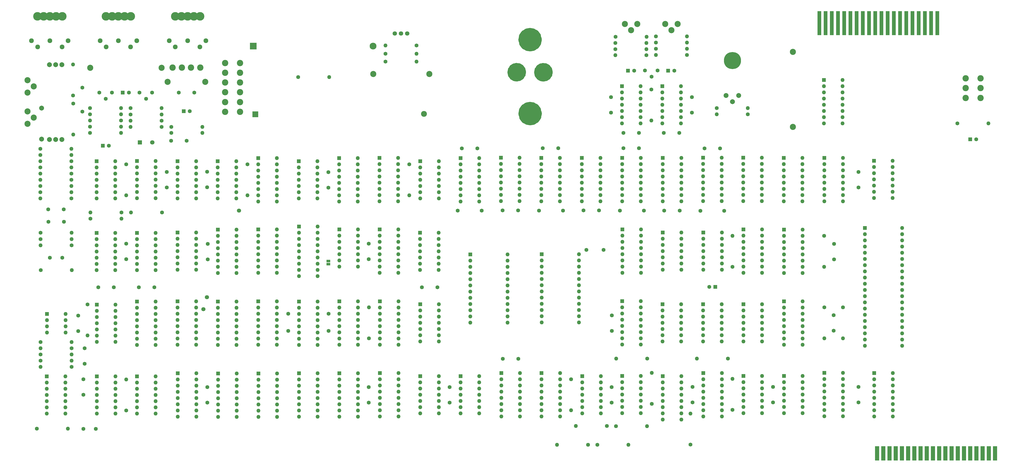
<source format=gbr>
%TF.GenerationSoftware,KiCad,Pcbnew,7.0.7*%
%TF.CreationDate,2023-12-29T15:53:43+00:00*%
%TF.ProjectId,TRS80IUS,54525338-3049-4555-932e-6b696361645f,rev?*%
%TF.SameCoordinates,Original*%
%TF.FileFunction,Soldermask,Top*%
%TF.FilePolarity,Negative*%
%FSLAX46Y46*%
G04 Gerber Fmt 4.6, Leading zero omitted, Abs format (unit mm)*
G04 Created by KiCad (PCBNEW 7.0.7) date 2023-12-29 15:53:43*
%MOMM*%
%LPD*%
G01*
G04 APERTURE LIST*
G04 Aperture macros list*
%AMFreePoly0*
4,1,45,1.815063,0.845106,1.830902,0.845106,1.843715,0.835796,1.858779,0.830902,1.868088,0.818088,1.880902,0.808779,1.885796,0.793715,1.895106,0.780902,1.895106,0.765062,1.900000,0.750000,1.900000,-0.750000,1.895106,-0.765062,1.895106,-0.780902,1.885796,-0.793715,1.880902,-0.808779,1.868088,-0.818088,1.858779,-0.830902,1.843715,-0.835796,1.830902,-0.845106,1.815063,-0.845106,
1.800000,-0.850000,-3.880000,-0.850000,-3.895063,-0.845106,-3.910902,-0.845106,-3.923715,-0.835796,-3.938779,-0.830902,-3.948088,-0.818088,-3.960902,-0.808779,-3.965796,-0.793715,-3.975106,-0.780902,-3.975106,-0.765062,-3.980000,-0.750000,-3.980000,0.750000,-3.975106,0.765062,-3.975106,0.780902,-3.965796,0.793715,-3.960902,0.808779,-3.948088,0.818088,-3.938779,0.830902,-3.923715,0.835796,
-3.910902,0.845106,-3.895063,0.845106,-3.880000,0.850000,1.800000,0.850000,1.815063,0.845106,1.815063,0.845106,$1*%
G04 Aperture macros list end*
%ADD10C,3.815000*%
%ADD11C,4.785000*%
%ADD12C,1.600000*%
%ADD13R,1.600000X1.600000*%
%ADD14O,1.600000X1.600000*%
%ADD15C,2.000000*%
%ADD16FreePoly0,90.000000*%
%ADD17C,1.700000*%
%ADD18C,2.500000*%
%ADD19C,2.800000*%
%ADD20C,6.350000*%
%ADD21C,1.950000*%
%ADD22C,3.500000*%
%ADD23C,7.000000*%
%ADD24C,2.600000*%
%ADD25R,1.800000X1.800000*%
%ADD26C,1.800000*%
%ADD27R,2.800000X2.800000*%
%ADD28O,2.800000X2.800000*%
%ADD29R,1.625600X9.906000*%
%ADD30R,2.400000X2.400000*%
%ADD31O,2.400000X2.400000*%
%ADD32R,1.500000X1.000000*%
G04 APERTURE END LIST*
D10*
X304287500Y-109150000D02*
G75*
G03*
X304287500Y-109150000I-1907500J0D01*
G01*
D11*
X310252500Y-126100000D02*
G75*
G03*
X310252500Y-126100000I-2392500J0D01*
G01*
X310232500Y-95820000D02*
G75*
G03*
X310232500Y-95820000I-2392500J0D01*
G01*
D10*
X315207500Y-109170000D02*
G75*
G03*
X315207500Y-109170000I-1907500J0D01*
G01*
D12*
%TO.C,C49*%
X296690000Y-226520000D03*
X303040000Y-226520000D03*
%TD*%
D13*
%TO.C,Z51*%
X345550000Y-202940000D03*
D14*
X345550000Y-205480000D03*
X345550000Y-208020000D03*
X345550000Y-210560000D03*
X345550000Y-213100000D03*
X345550000Y-215640000D03*
X345550000Y-218180000D03*
X345550000Y-220720000D03*
X353170000Y-220720000D03*
X353170000Y-218180000D03*
X353170000Y-215640000D03*
X353170000Y-213100000D03*
X353170000Y-210560000D03*
X353170000Y-208020000D03*
X353170000Y-205480000D03*
X353170000Y-202940000D03*
%TD*%
D12*
%TO.C,C3*%
X170400000Y-117523270D03*
X164050000Y-117523270D03*
%TD*%
D13*
%TO.C,Z25*%
X147000000Y-174955000D03*
D14*
X147000000Y-177495000D03*
X147000000Y-180035000D03*
X147000000Y-182575000D03*
X147000000Y-185115000D03*
X147000000Y-187655000D03*
X147000000Y-190195000D03*
X154620000Y-190195000D03*
X154620000Y-187655000D03*
X154620000Y-185115000D03*
X154620000Y-182575000D03*
X154620000Y-180035000D03*
X154620000Y-177495000D03*
X154620000Y-174955000D03*
%TD*%
D12*
%TO.C,C36*%
X175906730Y-185790000D03*
X175906730Y-179440000D03*
%TD*%
D13*
%TO.C,Z67*%
X296080000Y-232355000D03*
D14*
X296080000Y-234895000D03*
X296080000Y-237435000D03*
X296080000Y-239975000D03*
X296080000Y-242515000D03*
X296080000Y-245055000D03*
X296080000Y-247595000D03*
X296080000Y-250135000D03*
X303700000Y-250135000D03*
X303700000Y-247595000D03*
X303700000Y-245055000D03*
X303700000Y-242515000D03*
X303700000Y-239975000D03*
X303700000Y-237435000D03*
X303700000Y-234895000D03*
X303700000Y-232355000D03*
%TD*%
D13*
%TO.C,Z19*%
X378610000Y-144210000D03*
D14*
X378610000Y-146750000D03*
X378610000Y-149290000D03*
X378610000Y-151830000D03*
X378610000Y-154370000D03*
X378610000Y-156910000D03*
X378610000Y-159450000D03*
X378610000Y-161990000D03*
X386230000Y-161990000D03*
X386230000Y-159450000D03*
X386230000Y-156910000D03*
X386230000Y-154370000D03*
X386230000Y-151830000D03*
X386230000Y-149290000D03*
X386230000Y-146750000D03*
X386230000Y-144210000D03*
%TD*%
D12*
%TO.C,C34*%
X387306635Y-165913270D03*
X377526635Y-165913270D03*
%TD*%
%TO.C,C30*%
X321316635Y-165813270D03*
X311536635Y-165813270D03*
%TD*%
%TO.C,C28*%
X288026635Y-165823270D03*
X278246635Y-165823270D03*
%TD*%
D13*
%TO.C,Z6*%
X163580000Y-145610000D03*
D14*
X163580000Y-148150000D03*
X163580000Y-150690000D03*
X163580000Y-153230000D03*
X163580000Y-155770000D03*
X163580000Y-158310000D03*
X163580000Y-160850000D03*
X171200000Y-160850000D03*
X171200000Y-158310000D03*
X171200000Y-155770000D03*
X171200000Y-153230000D03*
X171200000Y-150690000D03*
X171200000Y-148150000D03*
X171200000Y-145610000D03*
%TD*%
D13*
%TO.C,Z16*%
X328990000Y-144250000D03*
D14*
X328990000Y-146790000D03*
X328990000Y-149330000D03*
X328990000Y-151870000D03*
X328990000Y-154410000D03*
X328990000Y-156950000D03*
X328990000Y-159490000D03*
X328990000Y-162030000D03*
X336610000Y-162030000D03*
X336610000Y-159490000D03*
X336610000Y-156950000D03*
X336610000Y-154410000D03*
X336610000Y-151870000D03*
X336610000Y-149330000D03*
X336610000Y-146790000D03*
X336610000Y-144250000D03*
%TD*%
D13*
%TO.C,Z62*%
X213320000Y-232460000D03*
D14*
X213320000Y-235000000D03*
X213320000Y-237540000D03*
X213320000Y-240080000D03*
X213320000Y-242620000D03*
X213320000Y-245160000D03*
X213320000Y-247700000D03*
X213320000Y-250240000D03*
X220940000Y-250240000D03*
X220940000Y-247700000D03*
X220940000Y-245160000D03*
X220940000Y-242620000D03*
X220940000Y-240080000D03*
X220940000Y-237540000D03*
X220940000Y-235000000D03*
X220940000Y-232460000D03*
%TD*%
D12*
%TO.C,R43*%
X157220000Y-166630000D03*
D14*
X144520000Y-166630000D03*
%TD*%
D15*
%TO.C,K1*%
X113700000Y-136750000D03*
X116240000Y-136750000D03*
X113700000Y-106060000D03*
X111160000Y-106060000D03*
X111160000Y-136750000D03*
X116240000Y-106060000D03*
%TD*%
D16*
%TO.C,CN3*%
X498070000Y-264270000D03*
X495530000Y-264270000D03*
X492990000Y-264270000D03*
X490450000Y-264270000D03*
X487910000Y-264270000D03*
X485370000Y-264270000D03*
X482830000Y-264270000D03*
X480290000Y-264270000D03*
X477750000Y-264270000D03*
X475210000Y-264270000D03*
X472670000Y-264270000D03*
X470130000Y-264270000D03*
X467590000Y-264270000D03*
X465050000Y-264270000D03*
X462510000Y-264270000D03*
X459970000Y-264270000D03*
X457430000Y-264270000D03*
X454890000Y-264270000D03*
X452350000Y-264270000D03*
X449810000Y-264270000D03*
%TD*%
D12*
%TO.C,R35*%
X120160000Y-150660000D03*
D14*
X107460000Y-150660000D03*
%TD*%
D12*
%TO.C,R45*%
X120220000Y-180030000D03*
D14*
X107520000Y-180030000D03*
%TD*%
D13*
%TO.C,C42*%
X383660000Y-197090000D03*
D12*
X381160000Y-197090000D03*
%TD*%
D13*
%TO.C,Z73*%
X395180000Y-233570000D03*
D14*
X395180000Y-236110000D03*
X395180000Y-238650000D03*
X395180000Y-241190000D03*
X395180000Y-243730000D03*
X395180000Y-246270000D03*
X395180000Y-248810000D03*
X402800000Y-248810000D03*
X402800000Y-246270000D03*
X402800000Y-243730000D03*
X402800000Y-241190000D03*
X402800000Y-238650000D03*
X402800000Y-236110000D03*
X402800000Y-233570000D03*
%TD*%
D12*
%TO.C,C12*%
X340963270Y-119380000D03*
X340963270Y-125730000D03*
%TD*%
D13*
%TO.C,Z33*%
X283345000Y-183755000D03*
D14*
X283345000Y-186295000D03*
X283345000Y-188835000D03*
X283345000Y-191375000D03*
X283345000Y-193915000D03*
X283345000Y-196455000D03*
X283345000Y-198995000D03*
X283345000Y-201535000D03*
X283345000Y-204075000D03*
X283345000Y-206615000D03*
X283345000Y-209155000D03*
X283345000Y-211695000D03*
X298585000Y-211695000D03*
X298585000Y-209155000D03*
X298585000Y-206615000D03*
X298585000Y-204075000D03*
X298585000Y-201535000D03*
X298585000Y-198995000D03*
X298585000Y-196455000D03*
X298585000Y-193915000D03*
X298585000Y-191375000D03*
X298585000Y-188835000D03*
X298585000Y-186295000D03*
X298585000Y-183755000D03*
%TD*%
D12*
%TO.C,C7*%
X167320000Y-137233270D03*
X160970000Y-137233270D03*
%TD*%
D13*
%TO.C,Z31*%
X246340000Y-173580000D03*
D14*
X246340000Y-176120000D03*
X246340000Y-178660000D03*
X246340000Y-181200000D03*
X246340000Y-183740000D03*
X246340000Y-186280000D03*
X246340000Y-188820000D03*
X246340000Y-191360000D03*
X253960000Y-191360000D03*
X253960000Y-188820000D03*
X253960000Y-186280000D03*
X253960000Y-183740000D03*
X253960000Y-181200000D03*
X253960000Y-178660000D03*
X253960000Y-176120000D03*
X253960000Y-173580000D03*
%TD*%
D12*
%TO.C,C41*%
X269940000Y-197263270D03*
X263590000Y-197263270D03*
%TD*%
D17*
%TO.C,J61*%
X188700000Y-165825000D03*
%TD*%
D12*
%TO.C,Q1*%
X131552275Y-117502275D03*
X136702275Y-117502275D03*
X134232275Y-120042275D03*
%TD*%
%TO.C,R41*%
X140610000Y-166590000D03*
D14*
X127910000Y-166590000D03*
%TD*%
D12*
%TO.C,CR9*%
X120790000Y-118715000D03*
D14*
X120790000Y-106015000D03*
%TD*%
D12*
%TO.C,R64*%
X390650000Y-247430000D03*
D14*
X390650000Y-234730000D03*
%TD*%
D13*
%TO.C,Z65*%
X262860000Y-233690000D03*
D14*
X262860000Y-236230000D03*
X262860000Y-238770000D03*
X262860000Y-241310000D03*
X262860000Y-243850000D03*
X262860000Y-246390000D03*
X262860000Y-248930000D03*
X270480000Y-248930000D03*
X270480000Y-246390000D03*
X270480000Y-243850000D03*
X270480000Y-241310000D03*
X270480000Y-238770000D03*
X270480000Y-236230000D03*
X270480000Y-233690000D03*
%TD*%
D13*
%TO.C,Z52*%
X362080000Y-204185000D03*
D14*
X362080000Y-206725000D03*
X362080000Y-209265000D03*
X362080000Y-211805000D03*
X362080000Y-214345000D03*
X362080000Y-216885000D03*
X362080000Y-219425000D03*
X369700000Y-219425000D03*
X369700000Y-216885000D03*
X369700000Y-214345000D03*
X369700000Y-211805000D03*
X369700000Y-209265000D03*
X369700000Y-206725000D03*
X369700000Y-204185000D03*
%TD*%
D12*
%TO.C,C45*%
X225353270Y-208080000D03*
X225353270Y-215080000D03*
%TD*%
D13*
%TO.C,Z22*%
X428220000Y-144250000D03*
D14*
X428220000Y-146790000D03*
X428220000Y-149330000D03*
X428220000Y-151870000D03*
X428220000Y-154410000D03*
X428220000Y-156950000D03*
X428220000Y-159490000D03*
X428220000Y-162030000D03*
X435840000Y-162030000D03*
X435840000Y-159490000D03*
X435840000Y-156950000D03*
X435840000Y-154410000D03*
X435840000Y-151870000D03*
X435840000Y-149330000D03*
X435840000Y-146790000D03*
X435840000Y-144250000D03*
%TD*%
D12*
%TO.C,R62*%
X342970000Y-254120000D03*
D14*
X355670000Y-254120000D03*
%TD*%
D13*
%TO.C,Z26*%
X163590000Y-174860000D03*
D14*
X163590000Y-177400000D03*
X163590000Y-179940000D03*
X163590000Y-182480000D03*
X163590000Y-185020000D03*
X163590000Y-187560000D03*
X163590000Y-190100000D03*
X171210000Y-190100000D03*
X171210000Y-187560000D03*
X171210000Y-185020000D03*
X171210000Y-182480000D03*
X171210000Y-179940000D03*
X171210000Y-177400000D03*
X171210000Y-174860000D03*
%TD*%
D13*
%TO.C,Z24*%
X130480000Y-174980000D03*
D14*
X130480000Y-177520000D03*
X130480000Y-180060000D03*
X130480000Y-182600000D03*
X130480000Y-185140000D03*
X130480000Y-187680000D03*
X130480000Y-190220000D03*
X138100000Y-190220000D03*
X138100000Y-187680000D03*
X138100000Y-185140000D03*
X138100000Y-182600000D03*
X138100000Y-180060000D03*
X138100000Y-177520000D03*
X138100000Y-174980000D03*
%TD*%
D12*
%TO.C,R28*%
X157090000Y-128980000D03*
D14*
X144390000Y-128980000D03*
%TD*%
D12*
%TO.C,R67*%
X126710000Y-204285000D03*
D14*
X126710000Y-216985000D03*
%TD*%
D12*
%TO.C,R25*%
X127735000Y-131460000D03*
D14*
X140435000Y-131460000D03*
%TD*%
D12*
%TO.C,R55*%
X107540000Y-227300000D03*
D14*
X120240000Y-227300000D03*
%TD*%
D13*
%TO.C,Z66*%
X279430000Y-233690000D03*
D14*
X279430000Y-236230000D03*
X279430000Y-238770000D03*
X279430000Y-241310000D03*
X279430000Y-243850000D03*
X279430000Y-246390000D03*
X279430000Y-248930000D03*
X287050000Y-248930000D03*
X287050000Y-246390000D03*
X287050000Y-243850000D03*
X287050000Y-241310000D03*
X287050000Y-238770000D03*
X287050000Y-236230000D03*
X287050000Y-233690000D03*
%TD*%
D12*
%TO.C,R23*%
X127735000Y-126390000D03*
D14*
X140435000Y-126390000D03*
%TD*%
D13*
%TO.C,Z11*%
X246230000Y-144270000D03*
D14*
X246230000Y-146810000D03*
X246230000Y-149350000D03*
X246230000Y-151890000D03*
X246230000Y-154430000D03*
X246230000Y-156970000D03*
X246230000Y-159510000D03*
X246230000Y-162050000D03*
X253850000Y-162050000D03*
X253850000Y-159510000D03*
X253850000Y-156970000D03*
X253850000Y-154430000D03*
X253850000Y-151890000D03*
X253850000Y-149350000D03*
X253850000Y-146810000D03*
X253850000Y-144270000D03*
%TD*%
D12*
%TO.C,R11*%
X359310000Y-94500000D03*
D14*
X372010000Y-94500000D03*
%TD*%
D12*
%TO.C,R31*%
X161020000Y-134050000D03*
D14*
X173720000Y-134050000D03*
%TD*%
D12*
%TO.C,CR7*%
X107525000Y-177490000D03*
D14*
X120225000Y-177490000D03*
%TD*%
D13*
%TO.C,Z10*%
X229740000Y-144350000D03*
D14*
X229740000Y-146890000D03*
X229740000Y-149430000D03*
X229740000Y-151970000D03*
X229740000Y-154510000D03*
X229740000Y-157050000D03*
X229740000Y-159590000D03*
X229740000Y-162130000D03*
X237360000Y-162130000D03*
X237360000Y-159590000D03*
X237360000Y-157050000D03*
X237360000Y-154510000D03*
X237360000Y-151970000D03*
X237360000Y-149430000D03*
X237360000Y-146890000D03*
X237360000Y-144350000D03*
%TD*%
D12*
%TO.C,R66*%
X373490000Y-261690000D03*
D14*
X373490000Y-248990000D03*
%TD*%
D18*
%TO.C,R5*%
X351720000Y-89410000D03*
X349180000Y-91950000D03*
X346640000Y-89410000D03*
%TD*%
D19*
%TO.C,Q4*%
X313299999Y-109170001D03*
X302379999Y-109170001D03*
D20*
X307849999Y-95870001D03*
X307849999Y-126070001D03*
%TD*%
D13*
%TO.C,Z7*%
X180040000Y-145605000D03*
D14*
X180040000Y-148145000D03*
X180040000Y-150685000D03*
X180040000Y-153225000D03*
X180040000Y-155765000D03*
X180040000Y-158305000D03*
X180040000Y-160845000D03*
X187660000Y-160845000D03*
X187660000Y-158305000D03*
X187660000Y-155765000D03*
X187660000Y-153225000D03*
X187660000Y-150685000D03*
X187660000Y-148145000D03*
X187660000Y-145605000D03*
%TD*%
D13*
%TO.C,Z56*%
X110060000Y-233750000D03*
D14*
X110060000Y-236290000D03*
X110060000Y-238830000D03*
X110060000Y-241370000D03*
X110060000Y-243910000D03*
X110060000Y-246450000D03*
X110060000Y-248990000D03*
X117680000Y-248990000D03*
X117680000Y-246450000D03*
X117680000Y-243910000D03*
X117680000Y-241370000D03*
X117680000Y-238830000D03*
X117680000Y-236290000D03*
X117680000Y-233750000D03*
%TD*%
D12*
%TO.C,R32*%
X107460000Y-140490000D03*
D14*
X120160000Y-140490000D03*
%TD*%
D12*
%TO.C,R56*%
X120240000Y-229850000D03*
D14*
X107540000Y-229850000D03*
%TD*%
D18*
%TO.C,R21*%
X102235000Y-130250000D03*
X104775000Y-127710000D03*
X102235000Y-125170000D03*
%TD*%
D13*
%TO.C,Z64*%
X246420000Y-232430000D03*
D14*
X246420000Y-234970000D03*
X246420000Y-237510000D03*
X246420000Y-240050000D03*
X246420000Y-242590000D03*
X246420000Y-245130000D03*
X246420000Y-247670000D03*
X246420000Y-250210000D03*
X254040000Y-250210000D03*
X254040000Y-247670000D03*
X254040000Y-245130000D03*
X254040000Y-242590000D03*
X254040000Y-240050000D03*
X254040000Y-237510000D03*
X254040000Y-234970000D03*
X254040000Y-232430000D03*
%TD*%
D13*
%TO.C,Z55*%
X411750000Y-203010000D03*
D14*
X411750000Y-205550000D03*
X411750000Y-208090000D03*
X411750000Y-210630000D03*
X411750000Y-213170000D03*
X411750000Y-215710000D03*
X411750000Y-218250000D03*
X411750000Y-220790000D03*
X419370000Y-220790000D03*
X419370000Y-218250000D03*
X419370000Y-215710000D03*
X419370000Y-213170000D03*
X419370000Y-210630000D03*
X419370000Y-208090000D03*
X419370000Y-205550000D03*
X419370000Y-203010000D03*
%TD*%
D12*
%TO.C,R61*%
X339230000Y-254080000D03*
D14*
X326530000Y-254080000D03*
%TD*%
D13*
%TO.C,Z5*%
X146990000Y-145550000D03*
D14*
X146990000Y-148090000D03*
X146990000Y-150630000D03*
X146990000Y-153170000D03*
X146990000Y-155710000D03*
X146990000Y-158250000D03*
X146990000Y-160790000D03*
X154610000Y-160790000D03*
X154610000Y-158250000D03*
X154610000Y-155710000D03*
X154610000Y-153170000D03*
X154610000Y-150630000D03*
X154610000Y-148090000D03*
X154610000Y-145550000D03*
%TD*%
D13*
%TO.C,Z17*%
X345510000Y-144240000D03*
D14*
X345510000Y-146780000D03*
X345510000Y-149320000D03*
X345510000Y-151860000D03*
X345510000Y-154400000D03*
X345510000Y-156940000D03*
X345510000Y-159480000D03*
X345510000Y-162020000D03*
X353130000Y-162020000D03*
X353130000Y-159480000D03*
X353130000Y-156940000D03*
X353130000Y-154400000D03*
X353130000Y-151860000D03*
X353130000Y-149320000D03*
X353130000Y-146780000D03*
X353130000Y-144240000D03*
%TD*%
D12*
%TO.C,R3*%
X248655000Y-104800000D03*
D14*
X261355000Y-104800000D03*
%TD*%
D13*
%TO.C,Z61*%
X196660000Y-232550000D03*
D14*
X196660000Y-235090000D03*
X196660000Y-237630000D03*
X196660000Y-240170000D03*
X196660000Y-242710000D03*
X196660000Y-245250000D03*
X196660000Y-247790000D03*
X196660000Y-250330000D03*
X204280000Y-250330000D03*
X204280000Y-247790000D03*
X204280000Y-245250000D03*
X204280000Y-242710000D03*
X204280000Y-240170000D03*
X204280000Y-237630000D03*
X204280000Y-235090000D03*
X204280000Y-232550000D03*
%TD*%
D12*
%TO.C,R42*%
X127915000Y-169140000D03*
D14*
X140615000Y-169140000D03*
%TD*%
D12*
%TO.C,R9*%
X355470000Y-102200000D03*
D14*
X342770000Y-102200000D03*
%TD*%
D12*
%TO.C,R37*%
X120170000Y-160810000D03*
D14*
X107470000Y-160810000D03*
%TD*%
D12*
%TO.C,R53*%
X120225000Y-222210000D03*
D14*
X107525000Y-222210000D03*
%TD*%
D21*
%TO.C,J3*%
X103820000Y-96267500D03*
D22*
X106240000Y-86287500D03*
X108780000Y-86287500D03*
X111320000Y-86287500D03*
D21*
X111320000Y-96267500D03*
D22*
X113860000Y-86287500D03*
X116400000Y-86287500D03*
D21*
X118820000Y-96267500D03*
X106320000Y-98767500D03*
X116320000Y-98767500D03*
%TD*%
D12*
%TO.C,C24*%
X110680000Y-165356730D03*
X117030000Y-165356730D03*
%TD*%
%TO.C,C14*%
X352430000Y-133990000D03*
X346080000Y-133990000D03*
%TD*%
D13*
%TO.C,Z57*%
X130520000Y-233785000D03*
D14*
X130520000Y-236325000D03*
X130520000Y-238865000D03*
X130520000Y-241405000D03*
X130520000Y-243945000D03*
X130520000Y-246485000D03*
X130520000Y-249025000D03*
X138140000Y-249025000D03*
X138140000Y-246485000D03*
X138140000Y-243945000D03*
X138140000Y-241405000D03*
X138140000Y-238865000D03*
X138140000Y-236325000D03*
X138140000Y-233785000D03*
%TD*%
D21*
%TO.C,J1*%
X160190000Y-96267500D03*
X167690000Y-96267500D03*
X175190000Y-96267500D03*
D22*
X162610000Y-86287500D03*
D21*
X162690000Y-98767500D03*
D22*
X165150000Y-86287500D03*
X167690000Y-86287500D03*
X170230000Y-86287500D03*
X172770000Y-86287500D03*
D21*
X172690000Y-98767500D03*
%TD*%
D12*
%TO.C,C23*%
X442190000Y-156340000D03*
X442190000Y-149990000D03*
%TD*%
%TO.C,C59*%
X124596730Y-125256635D03*
X124596730Y-115476635D03*
%TD*%
D15*
%TO.C,Q6*%
X388020000Y-118690000D03*
X393170000Y-118690000D03*
X390700000Y-121230000D03*
D23*
X390700000Y-104370000D03*
%TD*%
D12*
%TO.C,C16*%
X286250000Y-140373270D03*
X279900000Y-140373270D03*
%TD*%
D13*
%TO.C,Z30*%
X229770000Y-173520000D03*
D14*
X229770000Y-176060000D03*
X229770000Y-178600000D03*
X229770000Y-181140000D03*
X229770000Y-183680000D03*
X229770000Y-186220000D03*
X229770000Y-188760000D03*
X237390000Y-188760000D03*
X237390000Y-186220000D03*
X237390000Y-183680000D03*
X237390000Y-181140000D03*
X237390000Y-178600000D03*
X237390000Y-176060000D03*
X237390000Y-173520000D03*
%TD*%
D18*
%TO.C,R4*%
X266660000Y-109840000D03*
X243660000Y-109840000D03*
%TD*%
D12*
%TO.C,C55*%
X407266730Y-244440000D03*
X407266730Y-238090000D03*
%TD*%
D13*
%TO.C,Z71*%
X362120000Y-233680000D03*
D14*
X362120000Y-236220000D03*
X362120000Y-238760000D03*
X362120000Y-241300000D03*
X362120000Y-243840000D03*
X362120000Y-246380000D03*
X362120000Y-248920000D03*
X362120000Y-251460000D03*
X369740000Y-251460000D03*
X369740000Y-248920000D03*
X369740000Y-246380000D03*
X369740000Y-243840000D03*
X369740000Y-241300000D03*
X369740000Y-238760000D03*
X369740000Y-236220000D03*
X369740000Y-233680000D03*
%TD*%
D12*
%TO.C,C58*%
X337900000Y-181950000D03*
X330900000Y-181950000D03*
%TD*%
%TO.C,R27*%
X144395000Y-126440000D03*
D14*
X157095000Y-126440000D03*
%TD*%
D12*
%TO.C,CR6*%
X107525000Y-174940000D03*
D14*
X120225000Y-174940000D03*
%TD*%
D12*
%TO.C,Q5*%
X354842275Y-108472275D03*
X359992275Y-108472275D03*
X357522275Y-111012275D03*
%TD*%
D13*
%TO.C,Z58*%
X147010000Y-233725000D03*
D14*
X147010000Y-236265000D03*
X147010000Y-238805000D03*
X147010000Y-241345000D03*
X147010000Y-243885000D03*
X147010000Y-246425000D03*
X147010000Y-248965000D03*
X154630000Y-248965000D03*
X154630000Y-246425000D03*
X154630000Y-243885000D03*
X154630000Y-241345000D03*
X154630000Y-238805000D03*
X154630000Y-236265000D03*
X154630000Y-233725000D03*
%TD*%
D13*
%TO.C,Z32*%
X262820000Y-174930000D03*
D14*
X262820000Y-177470000D03*
X262820000Y-180010000D03*
X262820000Y-182550000D03*
X262820000Y-185090000D03*
X262820000Y-187630000D03*
X262820000Y-190170000D03*
X270440000Y-190170000D03*
X270440000Y-187630000D03*
X270440000Y-185090000D03*
X270440000Y-182550000D03*
X270440000Y-180010000D03*
X270440000Y-177470000D03*
X270440000Y-174930000D03*
%TD*%
D17*
%TO.C,J63*%
X174200000Y-206200000D03*
%TD*%
D13*
%TO.C,Z2*%
X361930000Y-114910000D03*
D14*
X361930000Y-117450000D03*
X361930000Y-119990000D03*
X361930000Y-122530000D03*
X361930000Y-125070000D03*
X361930000Y-127610000D03*
X361930000Y-130150000D03*
X369550000Y-130150000D03*
X369550000Y-127610000D03*
X369550000Y-125070000D03*
X369550000Y-122530000D03*
X369550000Y-119990000D03*
X369550000Y-117450000D03*
X369550000Y-114910000D03*
%TD*%
D21*
%TO.C,J2*%
X131880000Y-96267500D03*
X139380000Y-96267500D03*
X146880000Y-96267500D03*
X134380000Y-98767500D03*
D22*
X134300000Y-86287500D03*
X136840000Y-86287500D03*
X139380000Y-86287500D03*
X141920000Y-86287500D03*
D21*
X144380000Y-98767500D03*
D22*
X144460000Y-86287500D03*
%TD*%
D13*
%TO.C,Z41*%
X110130000Y-208170000D03*
D14*
X110130000Y-210710000D03*
X110130000Y-213250000D03*
X110130000Y-215790000D03*
X117750000Y-215790000D03*
X117750000Y-213250000D03*
X117750000Y-210710000D03*
X117750000Y-208170000D03*
%TD*%
D13*
%TO.C,Z49*%
X246380000Y-203030000D03*
D14*
X246380000Y-205570000D03*
X246380000Y-208110000D03*
X246380000Y-210650000D03*
X246380000Y-213190000D03*
X246380000Y-215730000D03*
X246380000Y-218270000D03*
X246380000Y-220810000D03*
X254000000Y-220810000D03*
X254000000Y-218270000D03*
X254000000Y-215730000D03*
X254000000Y-213190000D03*
X254000000Y-210650000D03*
X254000000Y-208110000D03*
X254000000Y-205570000D03*
X254000000Y-203030000D03*
%TD*%
D12*
%TO.C,R59*%
X142560000Y-247685000D03*
D14*
X142560000Y-234985000D03*
%TD*%
D13*
%TO.C,Z42*%
X130550000Y-204340000D03*
D14*
X130550000Y-206880000D03*
X130550000Y-209420000D03*
X130550000Y-211960000D03*
X130550000Y-214500000D03*
X130550000Y-217040000D03*
X130550000Y-219580000D03*
X138170000Y-219580000D03*
X138170000Y-217040000D03*
X138170000Y-214500000D03*
X138170000Y-211960000D03*
X138170000Y-209420000D03*
X138170000Y-206880000D03*
X138170000Y-204340000D03*
%TD*%
D13*
%TO.C,Z76*%
X448630000Y-232370000D03*
D14*
X448630000Y-234910000D03*
X448630000Y-237450000D03*
X448630000Y-239990000D03*
X448630000Y-242530000D03*
X448630000Y-245070000D03*
X448630000Y-247610000D03*
X448630000Y-250150000D03*
X456250000Y-250150000D03*
X456250000Y-247610000D03*
X456250000Y-245070000D03*
X456250000Y-242530000D03*
X456250000Y-239990000D03*
X456250000Y-237450000D03*
X456250000Y-234910000D03*
X456250000Y-232370000D03*
%TD*%
D13*
%TO.C,Z18*%
X362090000Y-144220000D03*
D14*
X362090000Y-146760000D03*
X362090000Y-149300000D03*
X362090000Y-151840000D03*
X362090000Y-154380000D03*
X362090000Y-156920000D03*
X362090000Y-159460000D03*
X362090000Y-162000000D03*
X369710000Y-162000000D03*
X369710000Y-159460000D03*
X369710000Y-156920000D03*
X369710000Y-154380000D03*
X369710000Y-151840000D03*
X369710000Y-149300000D03*
X369710000Y-146760000D03*
X369710000Y-144220000D03*
%TD*%
D15*
%TO.C,R167*%
X107950000Y-136565000D03*
X107950000Y-123865000D03*
%TD*%
D13*
%TO.C,Z39*%
X411730000Y-173610000D03*
D14*
X411730000Y-176150000D03*
X411730000Y-178690000D03*
X411730000Y-181230000D03*
X411730000Y-183770000D03*
X411730000Y-186310000D03*
X411730000Y-188850000D03*
X411730000Y-191390000D03*
X419350000Y-191390000D03*
X419350000Y-188850000D03*
X419350000Y-186310000D03*
X419350000Y-183770000D03*
X419350000Y-181230000D03*
X419350000Y-178690000D03*
X419350000Y-176150000D03*
X419350000Y-173610000D03*
%TD*%
D24*
%TO.C,CR8*%
X161550000Y-107270000D03*
X169110000Y-107270000D03*
X172890000Y-107270000D03*
X165330000Y-107270000D03*
%TD*%
D13*
%TO.C,Z3*%
X428070000Y-112360000D03*
D14*
X428070000Y-114900000D03*
X428070000Y-117440000D03*
X428070000Y-119980000D03*
X428070000Y-122520000D03*
X428070000Y-125060000D03*
X428070000Y-127600000D03*
X428070000Y-130140000D03*
X435690000Y-130140000D03*
X435690000Y-127600000D03*
X435690000Y-125060000D03*
X435690000Y-122520000D03*
X435690000Y-119980000D03*
X435690000Y-117440000D03*
X435690000Y-114900000D03*
X435690000Y-112360000D03*
%TD*%
D13*
%TO.C,Z48*%
X229790000Y-203010000D03*
D14*
X229790000Y-205550000D03*
X229790000Y-208090000D03*
X229790000Y-210630000D03*
X229790000Y-213170000D03*
X229790000Y-215710000D03*
X229790000Y-218250000D03*
X229790000Y-220790000D03*
X237410000Y-220790000D03*
X237410000Y-218250000D03*
X237410000Y-215710000D03*
X237410000Y-213170000D03*
X237410000Y-210630000D03*
X237410000Y-208090000D03*
X237410000Y-205550000D03*
X237410000Y-203010000D03*
%TD*%
D13*
%TO.C,Z40*%
X444830000Y-172970000D03*
D14*
X444830000Y-175510000D03*
X444830000Y-178050000D03*
X444830000Y-180590000D03*
X444830000Y-183130000D03*
X444830000Y-185670000D03*
X444830000Y-188210000D03*
X444830000Y-190750000D03*
X444830000Y-193290000D03*
X444830000Y-195830000D03*
X444830000Y-198370000D03*
X444830000Y-200910000D03*
X444830000Y-203450000D03*
X444830000Y-205990000D03*
X444830000Y-208530000D03*
X444830000Y-211070000D03*
X444830000Y-213610000D03*
X444830000Y-216150000D03*
X444830000Y-218690000D03*
X444830000Y-221230000D03*
X460070000Y-221230000D03*
X460070000Y-218690000D03*
X460070000Y-216150000D03*
X460070000Y-213610000D03*
X460070000Y-211070000D03*
X460070000Y-208530000D03*
X460070000Y-205990000D03*
X460070000Y-203450000D03*
X460070000Y-200910000D03*
X460070000Y-198370000D03*
X460070000Y-195830000D03*
X460070000Y-193290000D03*
X460070000Y-190750000D03*
X460070000Y-188210000D03*
X460070000Y-185670000D03*
X460070000Y-183130000D03*
X460070000Y-180590000D03*
X460070000Y-178050000D03*
X460070000Y-175510000D03*
X460070000Y-172970000D03*
%TD*%
D13*
%TO.C,Z8*%
X196590000Y-144350000D03*
D14*
X196590000Y-146890000D03*
X196590000Y-149430000D03*
X196590000Y-151970000D03*
X196590000Y-154510000D03*
X196590000Y-157050000D03*
X196590000Y-159590000D03*
X196590000Y-162130000D03*
X204210000Y-162130000D03*
X204210000Y-159590000D03*
X204210000Y-157050000D03*
X204210000Y-154510000D03*
X204210000Y-151970000D03*
X204210000Y-149430000D03*
X204210000Y-146890000D03*
X204210000Y-144350000D03*
%TD*%
D13*
%TO.C,Z13*%
X279370000Y-144300000D03*
D14*
X279370000Y-146840000D03*
X279370000Y-149380000D03*
X279370000Y-151920000D03*
X279370000Y-154460000D03*
X279370000Y-157000000D03*
X279370000Y-159540000D03*
X279370000Y-162080000D03*
X286990000Y-162080000D03*
X286990000Y-159540000D03*
X286990000Y-157000000D03*
X286990000Y-154460000D03*
X286990000Y-151920000D03*
X286990000Y-149380000D03*
X286990000Y-146840000D03*
X286990000Y-144300000D03*
%TD*%
D12*
%TO.C,R48*%
X428190000Y-176190000D03*
D14*
X428190000Y-188890000D03*
%TD*%
D12*
%TO.C,R2*%
X248655000Y-101550000D03*
D14*
X261355000Y-101550000D03*
%TD*%
D12*
%TO.C,C38*%
X432190000Y-185840000D03*
X432190000Y-179490000D03*
%TD*%
%TO.C,R29*%
X144395000Y-123890000D03*
D14*
X157095000Y-123890000D03*
%TD*%
D12*
%TO.C,R1*%
X261360000Y-98190000D03*
D14*
X248660000Y-98190000D03*
%TD*%
D13*
%TO.C,Z20*%
X395100000Y-144200000D03*
D14*
X395100000Y-146740000D03*
X395100000Y-149280000D03*
X395100000Y-151820000D03*
X395100000Y-154360000D03*
X395100000Y-156900000D03*
X395100000Y-159440000D03*
X395100000Y-161980000D03*
X402720000Y-161980000D03*
X402720000Y-159440000D03*
X402720000Y-156900000D03*
X402720000Y-154360000D03*
X402720000Y-151820000D03*
X402720000Y-149280000D03*
X402720000Y-146740000D03*
X402720000Y-144200000D03*
%TD*%
D13*
%TO.C,Z34*%
X312580000Y-183750000D03*
D14*
X312580000Y-186290000D03*
X312580000Y-188830000D03*
X312580000Y-191370000D03*
X312580000Y-193910000D03*
X312580000Y-196450000D03*
X312580000Y-198990000D03*
X312580000Y-201530000D03*
X312580000Y-204070000D03*
X312580000Y-206610000D03*
X312580000Y-209150000D03*
X312580000Y-211690000D03*
X327820000Y-211690000D03*
X327820000Y-209150000D03*
X327820000Y-206610000D03*
X327820000Y-204070000D03*
X327820000Y-201530000D03*
X327820000Y-198990000D03*
X327820000Y-196450000D03*
X327820000Y-193910000D03*
X327820000Y-191370000D03*
X327820000Y-188830000D03*
X327820000Y-186290000D03*
X327820000Y-183750000D03*
%TD*%
D13*
%TO.C,C5*%
X133000000Y-139250000D03*
D12*
X135500000Y-139250000D03*
%TD*%
D18*
%TO.C,R19*%
X174935000Y-113115000D03*
X159535000Y-113115000D03*
%TD*%
D12*
%TO.C,R33*%
X120150000Y-145570000D03*
D14*
X107450000Y-145570000D03*
%TD*%
D12*
%TO.C,R51*%
X435860000Y-205475000D03*
D14*
X435860000Y-218175000D03*
%TD*%
D13*
%TO.C,Z36*%
X362090000Y-174850000D03*
D14*
X362090000Y-177390000D03*
X362090000Y-179930000D03*
X362090000Y-182470000D03*
X362090000Y-185010000D03*
X362090000Y-187550000D03*
X362090000Y-190090000D03*
X369710000Y-190090000D03*
X369710000Y-187550000D03*
X369710000Y-185010000D03*
X369710000Y-182470000D03*
X369710000Y-179930000D03*
X369710000Y-177390000D03*
X369710000Y-174850000D03*
%TD*%
D12*
%TO.C,CR1*%
X212970000Y-111180000D03*
D14*
X225670000Y-111180000D03*
%TD*%
D12*
%TO.C,C27*%
X125030000Y-255289037D03*
X130110000Y-255289037D03*
%TD*%
%TO.C,R24*%
X140430000Y-128920000D03*
D14*
X127730000Y-128920000D03*
%TD*%
D13*
%TO.C,C2*%
X141180000Y-117480000D03*
D12*
X143680000Y-117480000D03*
%TD*%
D13*
%TO.C,C4*%
X166110000Y-125090000D03*
D12*
X168610000Y-125090000D03*
%TD*%
%TO.C,R68*%
X335400000Y-261780000D03*
D14*
X348100000Y-261780000D03*
%TD*%
D13*
%TO.C,Z28*%
X196630000Y-173590000D03*
D14*
X196630000Y-176130000D03*
X196630000Y-178670000D03*
X196630000Y-181210000D03*
X196630000Y-183750000D03*
X196630000Y-186290000D03*
X196630000Y-188830000D03*
X196630000Y-191370000D03*
X204250000Y-191370000D03*
X204250000Y-188830000D03*
X204250000Y-186290000D03*
X204250000Y-183750000D03*
X204250000Y-181210000D03*
X204250000Y-178670000D03*
X204250000Y-176130000D03*
X204250000Y-173590000D03*
%TD*%
D13*
%TO.C,Z74*%
X411720000Y-233590000D03*
D14*
X411720000Y-236130000D03*
X411720000Y-238670000D03*
X411720000Y-241210000D03*
X411720000Y-243750000D03*
X411720000Y-246290000D03*
X411720000Y-248830000D03*
X419340000Y-248830000D03*
X419340000Y-246290000D03*
X419340000Y-243750000D03*
X419340000Y-241210000D03*
X419340000Y-238670000D03*
X419340000Y-236130000D03*
X419340000Y-233590000D03*
%TD*%
D12*
%TO.C,C13*%
X374086730Y-125700000D03*
X374086730Y-119350000D03*
%TD*%
%TO.C,R8*%
X342770000Y-99680000D03*
D14*
X355470000Y-99680000D03*
%TD*%
D12*
%TO.C,C26*%
X125100000Y-234960000D03*
X125100000Y-241310000D03*
%TD*%
%TO.C,R38*%
X142560000Y-146850000D03*
D14*
X142560000Y-159550000D03*
%TD*%
D12*
%TO.C,C52*%
X274900000Y-244460000D03*
X274900000Y-238110000D03*
%TD*%
%TO.C,C47*%
X432050000Y-215050000D03*
X432050000Y-208700000D03*
%TD*%
%TO.C,C22*%
X225310000Y-156410000D03*
X225310000Y-150060000D03*
%TD*%
D25*
%TO.C,C6*%
X148180000Y-137930000D03*
D26*
X153260000Y-137930000D03*
%TD*%
D12*
%TO.C,C29*%
X296600000Y-165796730D03*
X302950000Y-165796730D03*
%TD*%
D13*
%TO.C,Z59*%
X163670000Y-232440000D03*
D14*
X163670000Y-234980000D03*
X163670000Y-237520000D03*
X163670000Y-240060000D03*
X163670000Y-242600000D03*
X163670000Y-245140000D03*
X163670000Y-247680000D03*
X163670000Y-250220000D03*
X171290000Y-250220000D03*
X171290000Y-247680000D03*
X171290000Y-245140000D03*
X171290000Y-242600000D03*
X171290000Y-240060000D03*
X171290000Y-237520000D03*
X171290000Y-234980000D03*
X171290000Y-232440000D03*
%TD*%
D12*
%TO.C,R60*%
X324610000Y-234940000D03*
D14*
X324610000Y-247640000D03*
%TD*%
D13*
%TO.C,C57*%
X487900000Y-136640000D03*
D12*
X490400000Y-136640000D03*
%TD*%
%TO.C,C19*%
X385580000Y-140333270D03*
X379230000Y-140333270D03*
%TD*%
D13*
%TO.C,Z63*%
X229810000Y-232470000D03*
D14*
X229810000Y-235010000D03*
X229810000Y-237550000D03*
X229810000Y-240090000D03*
X229810000Y-242630000D03*
X229810000Y-245170000D03*
X229810000Y-247710000D03*
X229810000Y-250250000D03*
X237430000Y-250250000D03*
X237430000Y-247710000D03*
X237430000Y-245170000D03*
X237430000Y-242630000D03*
X237430000Y-240090000D03*
X237430000Y-237550000D03*
X237430000Y-235010000D03*
X237430000Y-232470000D03*
%TD*%
D13*
%TO.C,Z44*%
X163580000Y-203015000D03*
D14*
X163580000Y-205555000D03*
X163580000Y-208095000D03*
X163580000Y-210635000D03*
X163580000Y-213175000D03*
X163580000Y-215715000D03*
X163580000Y-218255000D03*
X163580000Y-220795000D03*
X171200000Y-220795000D03*
X171200000Y-218255000D03*
X171200000Y-215715000D03*
X171200000Y-213175000D03*
X171200000Y-210635000D03*
X171200000Y-208095000D03*
X171200000Y-205555000D03*
X171200000Y-203015000D03*
%TD*%
D12*
%TO.C,CR3*%
X107460000Y-143030000D03*
D14*
X120160000Y-143030000D03*
%TD*%
D27*
%TO.C,C8*%
X194560000Y-98410000D03*
D28*
X243560000Y-98410000D03*
%TD*%
D12*
%TO.C,C43*%
X122910000Y-208820000D03*
X122910000Y-215170000D03*
%TD*%
D13*
%TO.C,Z15*%
X312450000Y-144230000D03*
D14*
X312450000Y-146770000D03*
X312450000Y-149310000D03*
X312450000Y-151850000D03*
X312450000Y-154390000D03*
X312450000Y-156930000D03*
X312450000Y-159470000D03*
X312450000Y-162010000D03*
X320070000Y-162010000D03*
X320070000Y-159470000D03*
X320070000Y-156930000D03*
X320070000Y-154390000D03*
X320070000Y-151850000D03*
X320070000Y-149310000D03*
X320070000Y-146770000D03*
X320070000Y-144230000D03*
%TD*%
D12*
%TO.C,R63*%
X357610000Y-245050000D03*
D14*
X357610000Y-232350000D03*
%TD*%
D13*
%TO.C,Z46*%
X196610000Y-203040000D03*
D14*
X196610000Y-205580000D03*
X196610000Y-208120000D03*
X196610000Y-210660000D03*
X196610000Y-213200000D03*
X196610000Y-215740000D03*
X196610000Y-218280000D03*
X196610000Y-220820000D03*
X204230000Y-220820000D03*
X204230000Y-218280000D03*
X204230000Y-215740000D03*
X204230000Y-213200000D03*
X204230000Y-210660000D03*
X204230000Y-208120000D03*
X204230000Y-205580000D03*
X204230000Y-203040000D03*
%TD*%
D18*
%TO.C,R20*%
X102165000Y-117480000D03*
X104705000Y-114940000D03*
X102165000Y-112400000D03*
%TD*%
D12*
%TO.C,C35*%
X142556730Y-185770000D03*
X142556730Y-179420000D03*
%TD*%
%TO.C,C39*%
X137530000Y-197293270D03*
X131180000Y-197293270D03*
%TD*%
D13*
%TO.C,Z23*%
X448580000Y-145430000D03*
D14*
X448580000Y-147970000D03*
X448580000Y-150510000D03*
X448580000Y-153050000D03*
X448580000Y-155590000D03*
X448580000Y-158130000D03*
X448580000Y-160670000D03*
X456200000Y-160670000D03*
X456200000Y-158130000D03*
X456200000Y-155590000D03*
X456200000Y-153050000D03*
X456200000Y-150510000D03*
X456200000Y-147970000D03*
X456200000Y-145430000D03*
%TD*%
D12*
%TO.C,R15*%
X357470000Y-116210000D03*
D14*
X357470000Y-128910000D03*
%TD*%
D12*
%TO.C,C40*%
X147720000Y-197240000D03*
X154070000Y-197240000D03*
%TD*%
%TO.C,C50*%
X175746730Y-244490000D03*
X175746730Y-238140000D03*
%TD*%
%TO.C,C46*%
X341320000Y-215160000D03*
X341320000Y-208810000D03*
%TD*%
%TO.C,C20*%
X159160000Y-150050000D03*
X159160000Y-156400000D03*
%TD*%
D13*
%TO.C,Z68*%
X312510000Y-232360000D03*
D14*
X312510000Y-234900000D03*
X312510000Y-237440000D03*
X312510000Y-239980000D03*
X312510000Y-242520000D03*
X312510000Y-245060000D03*
X312510000Y-247600000D03*
X312510000Y-250140000D03*
X320130000Y-250140000D03*
X320130000Y-247600000D03*
X320130000Y-245060000D03*
X320130000Y-242520000D03*
X320130000Y-239980000D03*
X320130000Y-237440000D03*
X320130000Y-234900000D03*
X320130000Y-232360000D03*
%TD*%
D12*
%TO.C,R44*%
X106040000Y-255210000D03*
D14*
X118740000Y-255210000D03*
%TD*%
D12*
%TO.C,R47*%
X390690000Y-188870000D03*
D14*
X390690000Y-176170000D03*
%TD*%
D12*
%TO.C,R30*%
X157090000Y-131520000D03*
D14*
X144390000Y-131520000D03*
%TD*%
D13*
%TO.C,Z4*%
X130480000Y-145590000D03*
D14*
X130480000Y-148130000D03*
X130480000Y-150670000D03*
X130480000Y-153210000D03*
X130480000Y-155750000D03*
X130480000Y-158290000D03*
X130480000Y-160830000D03*
X138100000Y-160830000D03*
X138100000Y-158290000D03*
X138100000Y-155750000D03*
X138100000Y-153210000D03*
X138100000Y-150670000D03*
X138100000Y-148130000D03*
X138100000Y-145590000D03*
%TD*%
D29*
%TO.C,E1*%
X426210000Y-89040000D03*
X428750000Y-89040000D03*
X431290000Y-89040000D03*
X433830000Y-89040000D03*
X436370000Y-89040000D03*
X438910000Y-89040000D03*
X441450000Y-89040000D03*
X443990000Y-89040000D03*
X446530000Y-89040000D03*
X449070000Y-89040000D03*
X451610000Y-89040000D03*
X454150000Y-89040000D03*
X456690000Y-89040000D03*
X459230000Y-89040000D03*
X461770000Y-89040000D03*
X464310000Y-89040000D03*
X466850000Y-89040000D03*
X469390000Y-89040000D03*
X471930000Y-89040000D03*
X474508100Y-89040000D03*
%TD*%
D18*
%TO.C,R10*%
X363110000Y-89390000D03*
X365650000Y-91930000D03*
X368190000Y-89390000D03*
%TD*%
D12*
%TO.C,R16*%
X384215000Y-123830000D03*
D14*
X396915000Y-123830000D03*
%TD*%
D13*
%TO.C,Z45*%
X180120000Y-203100000D03*
D14*
X180120000Y-205640000D03*
X180120000Y-208180000D03*
X180120000Y-210720000D03*
X180120000Y-213260000D03*
X180120000Y-215800000D03*
X180120000Y-218340000D03*
X180120000Y-220880000D03*
X187740000Y-220880000D03*
X187740000Y-218340000D03*
X187740000Y-215800000D03*
X187740000Y-213260000D03*
X187740000Y-210720000D03*
X187740000Y-208180000D03*
X187740000Y-205640000D03*
X187740000Y-203100000D03*
%TD*%
D12*
%TO.C,C44*%
X208893270Y-208110000D03*
X208893270Y-215110000D03*
%TD*%
D30*
%TO.C,C9*%
X195450000Y-126360000D03*
D31*
X264450000Y-126240000D03*
%TD*%
D12*
%TO.C,R7*%
X342775000Y-97140000D03*
D14*
X355475000Y-97140000D03*
%TD*%
D12*
%TO.C,C54*%
X374310000Y-244450000D03*
X374310000Y-238100000D03*
%TD*%
D13*
%TO.C,Z53*%
X378660000Y-204220000D03*
D14*
X378660000Y-206760000D03*
X378660000Y-209300000D03*
X378660000Y-211840000D03*
X378660000Y-214380000D03*
X378660000Y-216920000D03*
X378660000Y-219460000D03*
X386280000Y-219460000D03*
X386280000Y-216920000D03*
X386280000Y-214380000D03*
X386280000Y-211840000D03*
X386280000Y-209300000D03*
X386280000Y-206760000D03*
X386280000Y-204220000D03*
%TD*%
D17*
%TO.C,J62*%
X175575000Y-201300000D03*
%TD*%
D12*
%TO.C,C18*%
X352410000Y-140303270D03*
X346060000Y-140303270D03*
%TD*%
%TO.C,R22*%
X127740000Y-123860000D03*
D14*
X140440000Y-123860000D03*
%TD*%
D13*
%TO.C,Z50*%
X262930000Y-204230000D03*
D14*
X262930000Y-206770000D03*
X262930000Y-209310000D03*
X262930000Y-211850000D03*
X262930000Y-214390000D03*
X262930000Y-216930000D03*
X262930000Y-219470000D03*
X270550000Y-219470000D03*
X270550000Y-216930000D03*
X270550000Y-214390000D03*
X270550000Y-211850000D03*
X270550000Y-209310000D03*
X270550000Y-206770000D03*
X270550000Y-204230000D03*
%TD*%
D13*
%TO.C,Z14*%
X295930000Y-144195000D03*
D14*
X295930000Y-146735000D03*
X295930000Y-149275000D03*
X295930000Y-151815000D03*
X295930000Y-154355000D03*
X295930000Y-156895000D03*
X295930000Y-159435000D03*
X295930000Y-161975000D03*
X303550000Y-161975000D03*
X303550000Y-159435000D03*
X303550000Y-156895000D03*
X303550000Y-154355000D03*
X303550000Y-151815000D03*
X303550000Y-149275000D03*
X303550000Y-146735000D03*
X303550000Y-144195000D03*
%TD*%
D12*
%TO.C,C31*%
X329680000Y-165776730D03*
X336030000Y-165776730D03*
%TD*%
%TO.C,R50*%
X428210000Y-205485000D03*
D14*
X428210000Y-218185000D03*
%TD*%
D12*
%TO.C,R36*%
X120170000Y-153200000D03*
D14*
X107470000Y-153200000D03*
%TD*%
D12*
%TO.C,Q2*%
X148002275Y-117492275D03*
X153152275Y-117492275D03*
X150682275Y-120032275D03*
%TD*%
D13*
%TO.C,Z35*%
X345600000Y-173570000D03*
D14*
X345600000Y-176110000D03*
X345600000Y-178650000D03*
X345600000Y-181190000D03*
X345600000Y-183730000D03*
X345600000Y-186270000D03*
X345600000Y-188810000D03*
X345600000Y-191350000D03*
X353220000Y-191350000D03*
X353220000Y-188810000D03*
X353220000Y-186270000D03*
X353220000Y-183730000D03*
X353220000Y-181190000D03*
X353220000Y-178650000D03*
X353220000Y-176110000D03*
X353220000Y-173570000D03*
%TD*%
D12*
%TO.C,R34*%
X107460000Y-148120000D03*
D14*
X120160000Y-148120000D03*
%TD*%
D13*
%TO.C,Z54*%
X395150000Y-204190000D03*
D14*
X395150000Y-206730000D03*
X395150000Y-209270000D03*
X395150000Y-211810000D03*
X395150000Y-214350000D03*
X395150000Y-216890000D03*
X395150000Y-219430000D03*
X402770000Y-219430000D03*
X402770000Y-216890000D03*
X402770000Y-214350000D03*
X402770000Y-211810000D03*
X402770000Y-209270000D03*
X402770000Y-206730000D03*
X402770000Y-204190000D03*
%TD*%
D13*
%TO.C,C10*%
X347910000Y-108520000D03*
D12*
X350410000Y-108520000D03*
%TD*%
%TO.C,C17*%
X319360000Y-140280000D03*
X313010000Y-140280000D03*
%TD*%
%TO.C,C15*%
X368930000Y-133993270D03*
X362580000Y-133993270D03*
%TD*%
D13*
%TO.C,Z21*%
X411650000Y-144255000D03*
D14*
X411650000Y-146795000D03*
X411650000Y-149335000D03*
X411650000Y-151875000D03*
X411650000Y-154415000D03*
X411650000Y-156955000D03*
X411650000Y-159495000D03*
X411650000Y-162035000D03*
X419270000Y-162035000D03*
X419270000Y-159495000D03*
X419270000Y-156955000D03*
X419270000Y-154415000D03*
X419270000Y-151875000D03*
X419270000Y-149335000D03*
X419270000Y-146795000D03*
X419270000Y-144255000D03*
%TD*%
D12*
%TO.C,C25*%
X117080000Y-170440000D03*
X110730000Y-170440000D03*
%TD*%
%TO.C,R49*%
X241880000Y-218160000D03*
D14*
X241880000Y-205460000D03*
%TD*%
D12*
%TO.C,R12*%
X359305000Y-97040000D03*
D14*
X372005000Y-97040000D03*
%TD*%
D12*
%TO.C,C33*%
X362690000Y-165876730D03*
X369040000Y-165876730D03*
%TD*%
D13*
%TO.C,Z38*%
X395130000Y-173560000D03*
D14*
X395130000Y-176100000D03*
X395130000Y-178640000D03*
X395130000Y-181180000D03*
X395130000Y-183720000D03*
X395130000Y-186260000D03*
X395130000Y-188800000D03*
X395130000Y-191340000D03*
X402750000Y-191340000D03*
X402750000Y-188800000D03*
X402750000Y-186260000D03*
X402750000Y-183720000D03*
X402750000Y-181180000D03*
X402750000Y-178640000D03*
X402750000Y-176100000D03*
X402750000Y-173560000D03*
%TD*%
D13*
%TO.C,Z27*%
X180130000Y-173660000D03*
D14*
X180130000Y-176200000D03*
X180130000Y-178740000D03*
X180130000Y-181280000D03*
X180130000Y-183820000D03*
X180130000Y-186360000D03*
X180130000Y-188900000D03*
X180130000Y-191440000D03*
X187750000Y-191440000D03*
X187750000Y-188900000D03*
X187750000Y-186360000D03*
X187750000Y-183820000D03*
X187750000Y-181280000D03*
X187750000Y-178740000D03*
X187750000Y-176200000D03*
X187750000Y-173660000D03*
%TD*%
D13*
%TO.C,Z70*%
X345570000Y-233610000D03*
D14*
X345570000Y-236150000D03*
X345570000Y-238690000D03*
X345570000Y-241230000D03*
X345570000Y-243770000D03*
X345570000Y-246310000D03*
X345570000Y-248850000D03*
X353190000Y-248850000D03*
X353190000Y-246310000D03*
X353190000Y-243770000D03*
X353190000Y-241230000D03*
X353190000Y-238690000D03*
X353190000Y-236150000D03*
X353190000Y-233610000D03*
%TD*%
D13*
%TO.C,Z29*%
X213260000Y-172350000D03*
D14*
X213260000Y-174890000D03*
X213260000Y-177430000D03*
X213260000Y-179970000D03*
X213260000Y-182510000D03*
X213260000Y-185050000D03*
X213260000Y-187590000D03*
X213260000Y-190130000D03*
X213260000Y-192670000D03*
X220880000Y-192670000D03*
X220880000Y-190130000D03*
X220880000Y-187590000D03*
X220880000Y-185050000D03*
X220880000Y-182510000D03*
X220880000Y-179970000D03*
X220880000Y-177430000D03*
X220880000Y-174890000D03*
X220880000Y-172350000D03*
%TD*%
D12*
%TO.C,R58*%
X388790000Y-226470000D03*
D14*
X376090000Y-226470000D03*
%TD*%
D12*
%TO.C,C21*%
X175730000Y-156300000D03*
X175730000Y-149950000D03*
%TD*%
%TO.C,R40*%
X258370000Y-146840000D03*
D14*
X258370000Y-159540000D03*
%TD*%
D12*
%TO.C,CR4*%
X107460000Y-155730000D03*
D14*
X120160000Y-155730000D03*
%TD*%
D12*
%TO.C,C56*%
X442206730Y-244450000D03*
X442206730Y-238100000D03*
%TD*%
D24*
%TO.C,S1*%
X183025000Y-105370000D03*
X183025000Y-109370000D03*
X183025000Y-117370000D03*
X183025000Y-121370000D03*
X189135000Y-117370000D03*
X189135000Y-121370000D03*
X189135000Y-105370000D03*
X189135000Y-109370000D03*
X189135000Y-113370000D03*
X183025000Y-125370000D03*
X189135000Y-125370000D03*
X183025000Y-113370000D03*
%TD*%
D13*
%TO.C,Z69*%
X329180000Y-233655000D03*
D14*
X329180000Y-236195000D03*
X329180000Y-238735000D03*
X329180000Y-241275000D03*
X329180000Y-243815000D03*
X329180000Y-246355000D03*
X329180000Y-248895000D03*
X336800000Y-248895000D03*
X336800000Y-246355000D03*
X336800000Y-243815000D03*
X336800000Y-241275000D03*
X336800000Y-238735000D03*
X336800000Y-236195000D03*
X336800000Y-233655000D03*
%TD*%
D26*
%TO.C,Q3*%
X257580000Y-93315000D03*
X255040000Y-93315000D03*
X252500000Y-93315000D03*
%TD*%
D13*
%TO.C,Z72*%
X378710000Y-232390000D03*
D14*
X378710000Y-234930000D03*
X378710000Y-237470000D03*
X378710000Y-240010000D03*
X378710000Y-242550000D03*
X378710000Y-245090000D03*
X378710000Y-247630000D03*
X378710000Y-250170000D03*
X386330000Y-250170000D03*
X386330000Y-247630000D03*
X386330000Y-245090000D03*
X386330000Y-242550000D03*
X386330000Y-240010000D03*
X386330000Y-237470000D03*
X386330000Y-234930000D03*
X386330000Y-232390000D03*
%TD*%
D13*
%TO.C,Z43*%
X147010000Y-203060000D03*
D14*
X147010000Y-205600000D03*
X147010000Y-208140000D03*
X147010000Y-210680000D03*
X147010000Y-213220000D03*
X147010000Y-215760000D03*
X147010000Y-218300000D03*
X147010000Y-220840000D03*
X154630000Y-220840000D03*
X154630000Y-218300000D03*
X154630000Y-215760000D03*
X154630000Y-213220000D03*
X154630000Y-210680000D03*
X154630000Y-208140000D03*
X154630000Y-205600000D03*
X154630000Y-203060000D03*
%TD*%
D32*
%TO.C,J64*%
X225270000Y-186510000D03*
X225270000Y-187810000D03*
%TD*%
D12*
%TO.C,Y1*%
X111340000Y-185190000D03*
X116420000Y-185190000D03*
%TD*%
%TO.C,R14*%
X371995000Y-102110000D03*
D14*
X359295000Y-102110000D03*
%TD*%
D12*
%TO.C,R13*%
X359295000Y-99570000D03*
D14*
X371995000Y-99570000D03*
%TD*%
D12*
%TO.C,R39*%
X192170000Y-146880000D03*
D14*
X192170000Y-159580000D03*
%TD*%
D12*
%TO.C,C32*%
X354380000Y-165880000D03*
X344600000Y-165880000D03*
%TD*%
%TO.C,C53*%
X341200000Y-244460000D03*
X341200000Y-238110000D03*
%TD*%
D13*
%TO.C,Z9*%
X213230000Y-145615000D03*
D14*
X213230000Y-148155000D03*
X213230000Y-150695000D03*
X213230000Y-153235000D03*
X213230000Y-155775000D03*
X213230000Y-158315000D03*
X213230000Y-160855000D03*
X220850000Y-160855000D03*
X220850000Y-158315000D03*
X220850000Y-155775000D03*
X220850000Y-153235000D03*
X220850000Y-150695000D03*
X220850000Y-148155000D03*
X220850000Y-145615000D03*
%TD*%
D13*
%TO.C,Z75*%
X428230000Y-232320000D03*
D14*
X428230000Y-234860000D03*
X428230000Y-237400000D03*
X428230000Y-239940000D03*
X428230000Y-242480000D03*
X428230000Y-245020000D03*
X428230000Y-247560000D03*
X428230000Y-250100000D03*
X435850000Y-250100000D03*
X435850000Y-247560000D03*
X435850000Y-245020000D03*
X435850000Y-242480000D03*
X435850000Y-239940000D03*
X435850000Y-237400000D03*
X435850000Y-234860000D03*
X435850000Y-232320000D03*
%TD*%
D12*
%TO.C,R54*%
X107540000Y-224760000D03*
D14*
X120240000Y-224760000D03*
%TD*%
D12*
%TO.C,R65*%
X482730000Y-130150000D03*
D14*
X495430000Y-130150000D03*
%TD*%
D13*
%TO.C,Z12*%
X262910000Y-145570000D03*
D14*
X262910000Y-148110000D03*
X262910000Y-150650000D03*
X262910000Y-153190000D03*
X262910000Y-155730000D03*
X262910000Y-158270000D03*
X262910000Y-160810000D03*
X270530000Y-160810000D03*
X270530000Y-158270000D03*
X270530000Y-155730000D03*
X270530000Y-153190000D03*
X270530000Y-150650000D03*
X270530000Y-148110000D03*
X270530000Y-145570000D03*
%TD*%
D12*
%TO.C,R52*%
X107540000Y-219670000D03*
D14*
X120240000Y-219670000D03*
%TD*%
D12*
%TO.C,R46*%
X107590000Y-190270000D03*
D14*
X120290000Y-190270000D03*
%TD*%
D12*
%TO.C,R57*%
X355750000Y-226500000D03*
D14*
X343050000Y-226500000D03*
%TD*%
D12*
%TO.C,R69*%
X331590000Y-261750000D03*
D14*
X318890000Y-261750000D03*
%TD*%
D13*
%TO.C,Z1*%
X345410000Y-114840000D03*
D14*
X345410000Y-117380000D03*
X345410000Y-119920000D03*
X345410000Y-122460000D03*
X345410000Y-125000000D03*
X345410000Y-127540000D03*
X345410000Y-130080000D03*
X353030000Y-130080000D03*
X353030000Y-127540000D03*
X353030000Y-125000000D03*
X353030000Y-122460000D03*
X353030000Y-119920000D03*
X353030000Y-117380000D03*
X353030000Y-114840000D03*
%TD*%
D18*
%TO.C,R18*%
X415360000Y-100840000D03*
X415360000Y-131590000D03*
%TD*%
D13*
%TO.C,Z37*%
X378690000Y-174855000D03*
D14*
X378690000Y-177395000D03*
X378690000Y-179935000D03*
X378690000Y-182475000D03*
X378690000Y-185015000D03*
X378690000Y-187555000D03*
X378690000Y-190095000D03*
X386310000Y-190095000D03*
X386310000Y-187555000D03*
X386310000Y-185015000D03*
X386310000Y-182475000D03*
X386310000Y-179935000D03*
X386310000Y-177395000D03*
X386310000Y-174855000D03*
%TD*%
D12*
%TO.C,C37*%
X241800000Y-185740000D03*
X241800000Y-179390000D03*
%TD*%
%TO.C,C48*%
X125580000Y-222220000D03*
X125580000Y-228570000D03*
%TD*%
D18*
%TO.C,C1*%
X127885000Y-107340000D03*
X157085000Y-107340000D03*
%TD*%
D12*
%TO.C,CR5*%
X107460000Y-158270000D03*
D14*
X120160000Y-158270000D03*
%TD*%
D12*
%TO.C,CR2*%
X161015000Y-131520000D03*
D14*
X173715000Y-131520000D03*
%TD*%
D12*
%TO.C,CR10*%
X120900000Y-121985000D03*
D14*
X120900000Y-134685000D03*
%TD*%
D12*
%TO.C,R6*%
X342785000Y-94600000D03*
D14*
X355485000Y-94600000D03*
%TD*%
D13*
%TO.C,Z47*%
X213290000Y-203090000D03*
D14*
X213290000Y-205630000D03*
X213290000Y-208170000D03*
X213290000Y-210710000D03*
X213290000Y-213250000D03*
X213290000Y-215790000D03*
X213290000Y-218330000D03*
X213290000Y-220870000D03*
X220910000Y-220870000D03*
X220910000Y-218330000D03*
X220910000Y-215790000D03*
X220910000Y-213250000D03*
X220910000Y-210710000D03*
X220910000Y-208170000D03*
X220910000Y-205630000D03*
X220910000Y-203090000D03*
%TD*%
D12*
%TO.C,R17*%
X396920000Y-126350000D03*
D14*
X384220000Y-126350000D03*
%TD*%
D13*
%TO.C,C11*%
X364360000Y-108560000D03*
D12*
X366860000Y-108560000D03*
%TD*%
D24*
%TO.C,S2*%
X486100000Y-111660000D03*
X486100000Y-115660000D03*
X486100000Y-119660000D03*
X492210000Y-119660000D03*
X492210000Y-115660000D03*
X492210000Y-111660000D03*
%TD*%
D13*
%TO.C,Z60*%
X180190000Y-232550000D03*
D14*
X180190000Y-235090000D03*
X180190000Y-237630000D03*
X180190000Y-240170000D03*
X180190000Y-242710000D03*
X180190000Y-245250000D03*
X180190000Y-247790000D03*
X180190000Y-250330000D03*
X187810000Y-250330000D03*
X187810000Y-247790000D03*
X187810000Y-245250000D03*
X187810000Y-242710000D03*
X187810000Y-240170000D03*
X187810000Y-237630000D03*
X187810000Y-235090000D03*
X187810000Y-232550000D03*
%TD*%
D12*
%TO.C,R26*%
X127740000Y-134000000D03*
D14*
X140440000Y-134000000D03*
%TD*%
D12*
%TO.C,C51*%
X241840000Y-244540000D03*
X241840000Y-238190000D03*
%TD*%
M02*

</source>
